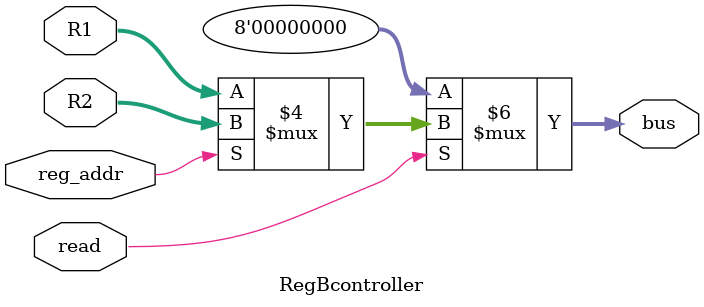
<source format=v>
`timescale 1ns / 1ps
module RegBcontroller(bus,read,reg_addr,R1,R2
    );
	output reg [7:0] bus;
	input read,reg_addr;
	input [7:0] R1,R2;
	
	always @(read or reg_addr or R1 or R2)
	if (read)
		if (reg_addr)
		 bus<=R2;
		else
		 bus<=R1;
	else
		bus<=8'b0;

endmodule

</source>
